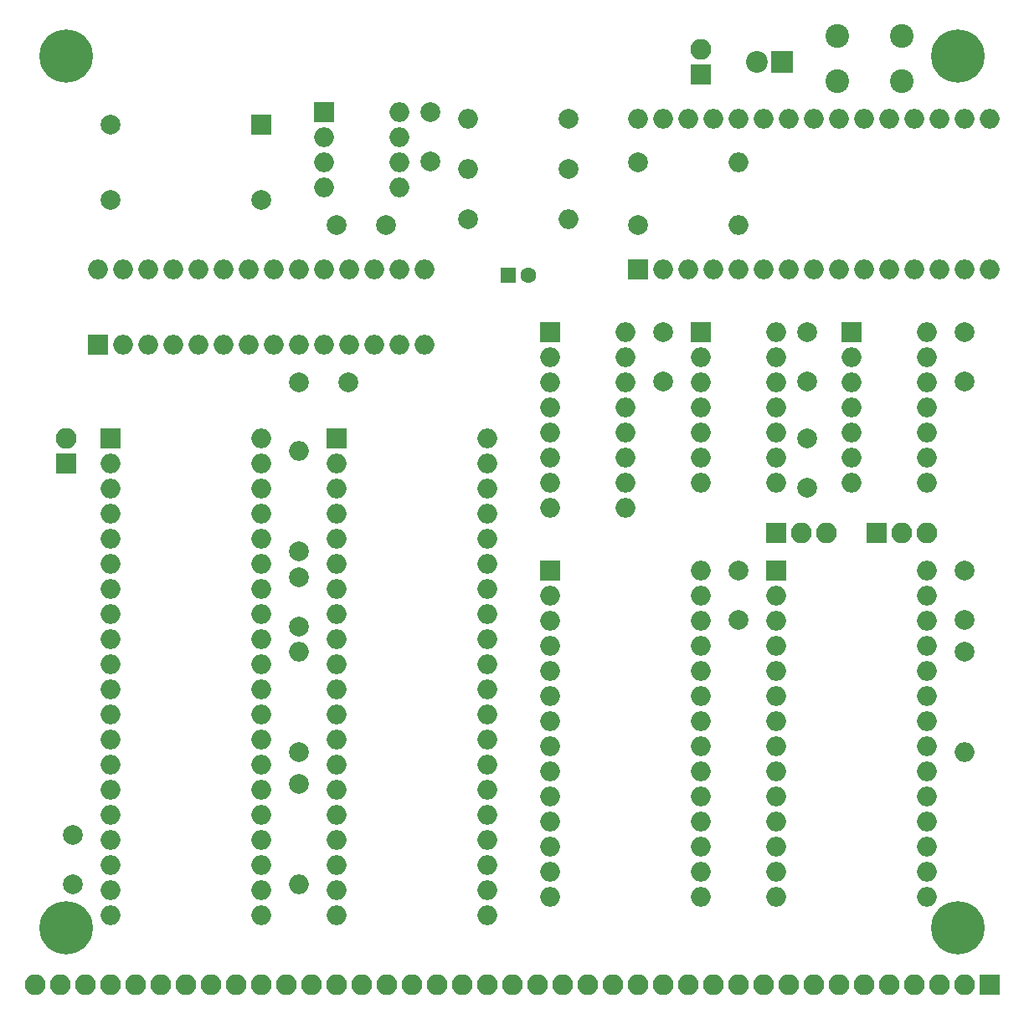
<source format=gbs>
G04 #@! TF.FileFunction,Soldermask,Bot*
%FSLAX46Y46*%
G04 Gerber Fmt 4.6, Leading zero omitted, Abs format (unit mm)*
G04 Created by KiCad (PCBNEW 4.0.6) date 06/17/17 23:05:01*
%MOMM*%
%LPD*%
G01*
G04 APERTURE LIST*
%ADD10C,0.100000*%
%ADD11R,2.000000X2.000000*%
%ADD12O,2.000000X2.000000*%
%ADD13C,2.000000*%
%ADD14R,2.100000X2.100000*%
%ADD15O,2.100000X2.100000*%
%ADD16C,2.400000*%
%ADD17R,1.600000X1.600000*%
%ADD18C,1.600000*%
%ADD19C,5.400000*%
%ADD20R,2.200000X2.200000*%
%ADD21C,2.200000*%
G04 APERTURE END LIST*
D10*
D11*
X147955000Y-82550000D03*
D12*
X163195000Y-130810000D03*
X147955000Y-85090000D03*
X163195000Y-128270000D03*
X147955000Y-87630000D03*
X163195000Y-125730000D03*
X147955000Y-90170000D03*
X163195000Y-123190000D03*
X147955000Y-92710000D03*
X163195000Y-120650000D03*
X147955000Y-95250000D03*
X163195000Y-118110000D03*
X147955000Y-97790000D03*
X163195000Y-115570000D03*
X147955000Y-100330000D03*
X163195000Y-113030000D03*
X147955000Y-102870000D03*
X163195000Y-110490000D03*
X147955000Y-105410000D03*
X163195000Y-107950000D03*
X147955000Y-107950000D03*
X163195000Y-105410000D03*
X147955000Y-110490000D03*
X163195000Y-102870000D03*
X147955000Y-113030000D03*
X163195000Y-100330000D03*
X147955000Y-115570000D03*
X163195000Y-97790000D03*
X147955000Y-118110000D03*
X163195000Y-95250000D03*
X147955000Y-120650000D03*
X163195000Y-92710000D03*
X147955000Y-123190000D03*
X163195000Y-90170000D03*
X147955000Y-125730000D03*
X163195000Y-87630000D03*
X147955000Y-128270000D03*
X163195000Y-85090000D03*
X147955000Y-130810000D03*
X163195000Y-82550000D03*
D13*
X144145000Y-101600000D03*
X144145000Y-96600000D03*
X188595000Y-95885000D03*
X188595000Y-100885000D03*
X211455000Y-95885000D03*
X211455000Y-100885000D03*
X211455000Y-71755000D03*
X211455000Y-76755000D03*
X147955000Y-60960000D03*
X152955000Y-60960000D03*
X195580000Y-71755000D03*
X195580000Y-76755000D03*
X121285000Y-127635000D03*
X121285000Y-122635000D03*
X144145000Y-76835000D03*
X149145000Y-76835000D03*
X157480000Y-49530000D03*
X157480000Y-54530000D03*
D11*
X178435000Y-65405000D03*
D12*
X211455000Y-50165000D03*
X180975000Y-65405000D03*
X208915000Y-50165000D03*
X183515000Y-65405000D03*
X206375000Y-50165000D03*
X186055000Y-65405000D03*
X203835000Y-50165000D03*
X188595000Y-65405000D03*
X201295000Y-50165000D03*
X191135000Y-65405000D03*
X198755000Y-50165000D03*
X193675000Y-65405000D03*
X196215000Y-50165000D03*
X196215000Y-65405000D03*
X193675000Y-50165000D03*
X198755000Y-65405000D03*
X191135000Y-50165000D03*
X201295000Y-65405000D03*
X188595000Y-50165000D03*
X203835000Y-65405000D03*
X186055000Y-50165000D03*
X206375000Y-65405000D03*
X183515000Y-50165000D03*
X208915000Y-65405000D03*
X180975000Y-50165000D03*
X211455000Y-65405000D03*
X178435000Y-50165000D03*
X213995000Y-65405000D03*
X213995000Y-50165000D03*
D14*
X213995000Y-137795000D03*
D15*
X211455000Y-137795000D03*
X208915000Y-137795000D03*
X206375000Y-137795000D03*
X203835000Y-137795000D03*
X201295000Y-137795000D03*
X198755000Y-137795000D03*
X196215000Y-137795000D03*
X193675000Y-137795000D03*
X191135000Y-137795000D03*
X188595000Y-137795000D03*
X186055000Y-137795000D03*
X183515000Y-137795000D03*
X180975000Y-137795000D03*
X178435000Y-137795000D03*
X175895000Y-137795000D03*
X173355000Y-137795000D03*
X170815000Y-137795000D03*
X168275000Y-137795000D03*
X165735000Y-137795000D03*
X163195000Y-137795000D03*
X160655000Y-137795000D03*
X158115000Y-137795000D03*
X155575000Y-137795000D03*
X153035000Y-137795000D03*
X150495000Y-137795000D03*
X147955000Y-137795000D03*
X145415000Y-137795000D03*
X142875000Y-137795000D03*
X140335000Y-137795000D03*
X137795000Y-137795000D03*
X135255000Y-137795000D03*
X132715000Y-137795000D03*
X130175000Y-137795000D03*
X127635000Y-137795000D03*
X125095000Y-137795000D03*
X122555000Y-137795000D03*
X120015000Y-137795000D03*
X117475000Y-137795000D03*
D13*
X211455000Y-104140000D03*
D12*
X211455000Y-114300000D03*
D13*
X171450000Y-50165000D03*
D12*
X161290000Y-50165000D03*
D13*
X171450000Y-55245000D03*
D12*
X161290000Y-55245000D03*
D13*
X161290000Y-60325000D03*
D12*
X171450000Y-60325000D03*
D13*
X178435000Y-54610000D03*
D12*
X188595000Y-54610000D03*
D13*
X144145000Y-117475000D03*
D12*
X144145000Y-127635000D03*
D13*
X144145000Y-114300000D03*
D12*
X144145000Y-104140000D03*
D13*
X144145000Y-93980000D03*
D12*
X144145000Y-83820000D03*
D13*
X178435000Y-60960000D03*
D12*
X188595000Y-60960000D03*
D16*
X205105000Y-41855000D03*
X205105000Y-46355000D03*
X198605000Y-41855000D03*
X198605000Y-46355000D03*
D11*
X169545000Y-95885000D03*
D12*
X184785000Y-128905000D03*
X169545000Y-98425000D03*
X184785000Y-126365000D03*
X169545000Y-100965000D03*
X184785000Y-123825000D03*
X169545000Y-103505000D03*
X184785000Y-121285000D03*
X169545000Y-106045000D03*
X184785000Y-118745000D03*
X169545000Y-108585000D03*
X184785000Y-116205000D03*
X169545000Y-111125000D03*
X184785000Y-113665000D03*
X169545000Y-113665000D03*
X184785000Y-111125000D03*
X169545000Y-116205000D03*
X184785000Y-108585000D03*
X169545000Y-118745000D03*
X184785000Y-106045000D03*
X169545000Y-121285000D03*
X184785000Y-103505000D03*
X169545000Y-123825000D03*
X184785000Y-100965000D03*
X169545000Y-126365000D03*
X184785000Y-98425000D03*
X169545000Y-128905000D03*
X184785000Y-95885000D03*
D11*
X200025000Y-71755000D03*
D12*
X207645000Y-86995000D03*
X200025000Y-74295000D03*
X207645000Y-84455000D03*
X200025000Y-76835000D03*
X207645000Y-81915000D03*
X200025000Y-79375000D03*
X207645000Y-79375000D03*
X200025000Y-81915000D03*
X207645000Y-76835000D03*
X200025000Y-84455000D03*
X207645000Y-74295000D03*
X200025000Y-86995000D03*
X207645000Y-71755000D03*
D11*
X184785000Y-71755000D03*
D12*
X192405000Y-86995000D03*
X184785000Y-74295000D03*
X192405000Y-84455000D03*
X184785000Y-76835000D03*
X192405000Y-81915000D03*
X184785000Y-79375000D03*
X192405000Y-79375000D03*
X184785000Y-81915000D03*
X192405000Y-76835000D03*
X184785000Y-84455000D03*
X192405000Y-74295000D03*
X184785000Y-86995000D03*
X192405000Y-71755000D03*
D11*
X125095000Y-82550000D03*
D12*
X140335000Y-130810000D03*
X125095000Y-85090000D03*
X140335000Y-128270000D03*
X125095000Y-87630000D03*
X140335000Y-125730000D03*
X125095000Y-90170000D03*
X140335000Y-123190000D03*
X125095000Y-92710000D03*
X140335000Y-120650000D03*
X125095000Y-95250000D03*
X140335000Y-118110000D03*
X125095000Y-97790000D03*
X140335000Y-115570000D03*
X125095000Y-100330000D03*
X140335000Y-113030000D03*
X125095000Y-102870000D03*
X140335000Y-110490000D03*
X125095000Y-105410000D03*
X140335000Y-107950000D03*
X125095000Y-107950000D03*
X140335000Y-105410000D03*
X125095000Y-110490000D03*
X140335000Y-102870000D03*
X125095000Y-113030000D03*
X140335000Y-100330000D03*
X125095000Y-115570000D03*
X140335000Y-97790000D03*
X125095000Y-118110000D03*
X140335000Y-95250000D03*
X125095000Y-120650000D03*
X140335000Y-92710000D03*
X125095000Y-123190000D03*
X140335000Y-90170000D03*
X125095000Y-125730000D03*
X140335000Y-87630000D03*
X125095000Y-128270000D03*
X140335000Y-85090000D03*
X125095000Y-130810000D03*
X140335000Y-82550000D03*
D11*
X123825000Y-73025000D03*
D12*
X156845000Y-65405000D03*
X126365000Y-73025000D03*
X154305000Y-65405000D03*
X128905000Y-73025000D03*
X151765000Y-65405000D03*
X131445000Y-73025000D03*
X149225000Y-65405000D03*
X133985000Y-73025000D03*
X146685000Y-65405000D03*
X136525000Y-73025000D03*
X144145000Y-65405000D03*
X139065000Y-73025000D03*
X141605000Y-65405000D03*
X141605000Y-73025000D03*
X139065000Y-65405000D03*
X144145000Y-73025000D03*
X136525000Y-65405000D03*
X146685000Y-73025000D03*
X133985000Y-65405000D03*
X149225000Y-73025000D03*
X131445000Y-65405000D03*
X151765000Y-73025000D03*
X128905000Y-65405000D03*
X154305000Y-73025000D03*
X126365000Y-65405000D03*
X156845000Y-73025000D03*
X123825000Y-65405000D03*
D11*
X140335000Y-50800000D03*
D13*
X140335000Y-58420000D03*
X125095000Y-58420000D03*
X125095000Y-50800000D03*
D11*
X169545000Y-71755000D03*
D12*
X177165000Y-89535000D03*
X169545000Y-74295000D03*
X177165000Y-86995000D03*
X169545000Y-76835000D03*
X177165000Y-84455000D03*
X169545000Y-79375000D03*
X177165000Y-81915000D03*
X169545000Y-81915000D03*
X177165000Y-79375000D03*
X169545000Y-84455000D03*
X177165000Y-76835000D03*
X169545000Y-86995000D03*
X177165000Y-74295000D03*
X169545000Y-89535000D03*
X177165000Y-71755000D03*
D11*
X192405000Y-95885000D03*
D12*
X207645000Y-128905000D03*
X192405000Y-98425000D03*
X207645000Y-126365000D03*
X192405000Y-100965000D03*
X207645000Y-123825000D03*
X192405000Y-103505000D03*
X207645000Y-121285000D03*
X192405000Y-106045000D03*
X207645000Y-118745000D03*
X192405000Y-108585000D03*
X207645000Y-116205000D03*
X192405000Y-111125000D03*
X207645000Y-113665000D03*
X192405000Y-113665000D03*
X207645000Y-111125000D03*
X192405000Y-116205000D03*
X207645000Y-108585000D03*
X192405000Y-118745000D03*
X207645000Y-106045000D03*
X192405000Y-121285000D03*
X207645000Y-103505000D03*
X192405000Y-123825000D03*
X207645000Y-100965000D03*
X192405000Y-126365000D03*
X207645000Y-98425000D03*
X192405000Y-128905000D03*
X207645000Y-95885000D03*
D11*
X146685000Y-49530000D03*
D12*
X154305000Y-57150000D03*
X146685000Y-52070000D03*
X154305000Y-54610000D03*
X146685000Y-54610000D03*
X154305000Y-52070000D03*
X146685000Y-57150000D03*
X154305000Y-49530000D03*
D13*
X180975000Y-71755000D03*
X180975000Y-76755000D03*
D17*
X165354000Y-66040000D03*
D18*
X167354000Y-66040000D03*
D13*
X195580000Y-82550000D03*
X195580000Y-87550000D03*
D19*
X210820000Y-132080000D03*
X120650000Y-132080000D03*
X210820000Y-43815000D03*
X120650000Y-43815000D03*
D14*
X120650000Y-85090000D03*
D15*
X120650000Y-82550000D03*
D20*
X193040000Y-44450000D03*
D21*
X190500000Y-44450000D03*
D14*
X184785000Y-45720000D03*
D15*
X184785000Y-43180000D03*
D14*
X192405000Y-92075000D03*
D15*
X194945000Y-92075000D03*
X197485000Y-92075000D03*
D14*
X202565000Y-92075000D03*
D15*
X205105000Y-92075000D03*
X207645000Y-92075000D03*
M02*

</source>
